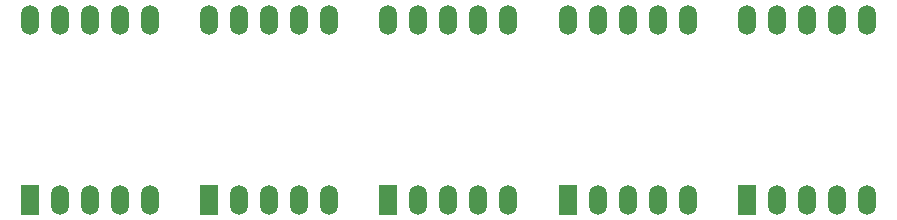
<source format=gts>
G04 #@! TF.GenerationSoftware,KiCad,Pcbnew,(6.0.10)*
G04 #@! TF.CreationDate,2023-02-05T00:57:15+01:00*
G04 #@! TF.ProjectId,Display-Modul,44697370-6c61-4792-9d4d-6f64756c2e6b,rev?*
G04 #@! TF.SameCoordinates,Original*
G04 #@! TF.FileFunction,Soldermask,Top*
G04 #@! TF.FilePolarity,Negative*
%FSLAX46Y46*%
G04 Gerber Fmt 4.6, Leading zero omitted, Abs format (unit mm)*
G04 Created by KiCad (PCBNEW (6.0.10)) date 2023-02-05 00:57:15*
%MOMM*%
%LPD*%
G01*
G04 APERTURE LIST*
%ADD10R,1.524000X2.524000*%
%ADD11O,1.524000X2.524000*%
G04 APERTURE END LIST*
D10*
X93990000Y-50120000D03*
D11*
X96530000Y-50120000D03*
X99070000Y-50120000D03*
X101610000Y-50120000D03*
X104150000Y-50120000D03*
X104150000Y-34880000D03*
X101610000Y-34880000D03*
X99070000Y-34880000D03*
X96530000Y-34880000D03*
X93990000Y-34880000D03*
D10*
X48510000Y-50120000D03*
D11*
X51050000Y-50120000D03*
X53590000Y-50120000D03*
X56130000Y-50120000D03*
X58670000Y-50120000D03*
X58670000Y-34880000D03*
X56130000Y-34880000D03*
X53590000Y-34880000D03*
X51050000Y-34880000D03*
X48510000Y-34880000D03*
D10*
X63670000Y-50120000D03*
D11*
X66210000Y-50120000D03*
X68750000Y-50120000D03*
X71290000Y-50120000D03*
X73830000Y-50120000D03*
X73830000Y-34880000D03*
X71290000Y-34880000D03*
X68750000Y-34880000D03*
X66210000Y-34880000D03*
X63670000Y-34880000D03*
D10*
X33350000Y-50120000D03*
D11*
X35890000Y-50120000D03*
X38430000Y-50120000D03*
X40970000Y-50120000D03*
X43510000Y-50120000D03*
X43510000Y-34880000D03*
X40970000Y-34880000D03*
X38430000Y-34880000D03*
X35890000Y-34880000D03*
X33350000Y-34880000D03*
D10*
X78830000Y-50120000D03*
D11*
X81370000Y-50120000D03*
X83910000Y-50120000D03*
X86450000Y-50120000D03*
X88990000Y-50120000D03*
X88990000Y-34880000D03*
X86450000Y-34880000D03*
X83910000Y-34880000D03*
X81370000Y-34880000D03*
X78830000Y-34880000D03*
M02*

</source>
